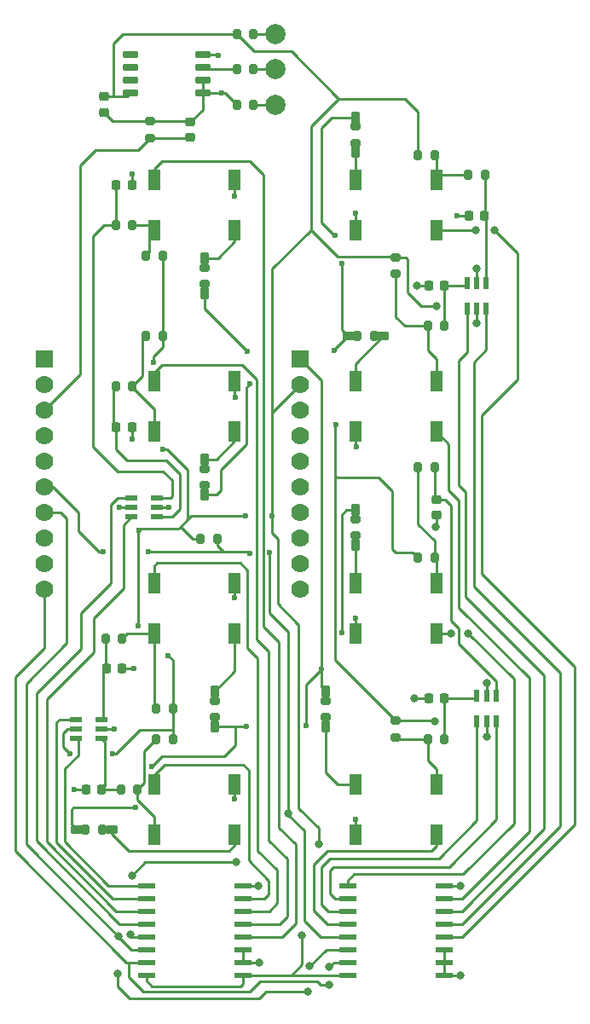
<source format=gbr>
%TF.GenerationSoftware,KiCad,Pcbnew,(6.0.2)*%
%TF.CreationDate,2022-04-01T11:09:41+02:00*%
%TF.ProjectId,cartteFille,63617274-7465-4466-996c-6c652e6b6963,rev?*%
%TF.SameCoordinates,Original*%
%TF.FileFunction,Copper,L1,Top*%
%TF.FilePolarity,Positive*%
%FSLAX46Y46*%
G04 Gerber Fmt 4.6, Leading zero omitted, Abs format (unit mm)*
G04 Created by KiCad (PCBNEW (6.0.2)) date 2022-04-01 11:09:41*
%MOMM*%
%LPD*%
G01*
G04 APERTURE LIST*
G04 Aperture macros list*
%AMRoundRect*
0 Rectangle with rounded corners*
0 $1 Rounding radius*
0 $2 $3 $4 $5 $6 $7 $8 $9 X,Y pos of 4 corners*
0 Add a 4 corners polygon primitive as box body*
4,1,4,$2,$3,$4,$5,$6,$7,$8,$9,$2,$3,0*
0 Add four circle primitives for the rounded corners*
1,1,$1+$1,$2,$3*
1,1,$1+$1,$4,$5*
1,1,$1+$1,$6,$7*
1,1,$1+$1,$8,$9*
0 Add four rect primitives between the rounded corners*
20,1,$1+$1,$2,$3,$4,$5,0*
20,1,$1+$1,$4,$5,$6,$7,0*
20,1,$1+$1,$6,$7,$8,$9,0*
20,1,$1+$1,$8,$9,$2,$3,0*%
G04 Aperture macros list end*
%TA.AperFunction,SMDPad,CuDef*%
%ADD10R,1.803400X0.533400*%
%TD*%
%TA.AperFunction,SMDPad,CuDef*%
%ADD11RoundRect,0.200000X0.275000X-0.200000X0.275000X0.200000X-0.275000X0.200000X-0.275000X-0.200000X0*%
%TD*%
%TA.AperFunction,SMDPad,CuDef*%
%ADD12RoundRect,0.200000X-0.200000X-0.275000X0.200000X-0.275000X0.200000X0.275000X-0.200000X0.275000X0*%
%TD*%
%TA.AperFunction,SMDPad,CuDef*%
%ADD13R,1.300000X2.000000*%
%TD*%
%TA.AperFunction,SMDPad,CuDef*%
%ADD14RoundRect,0.064000X0.336000X-0.496000X0.336000X0.496000X-0.336000X0.496000X-0.336000X-0.496000X0*%
%TD*%
%TA.AperFunction,ComponentPad*%
%ADD15R,1.778000X1.778000*%
%TD*%
%TA.AperFunction,ComponentPad*%
%ADD16C,1.778000*%
%TD*%
%TA.AperFunction,SMDPad,CuDef*%
%ADD17RoundRect,0.200000X0.200000X0.275000X-0.200000X0.275000X-0.200000X-0.275000X0.200000X-0.275000X0*%
%TD*%
%TA.AperFunction,SMDPad,CuDef*%
%ADD18RoundRect,0.225000X0.225000X0.250000X-0.225000X0.250000X-0.225000X-0.250000X0.225000X-0.250000X0*%
%TD*%
%TA.AperFunction,SMDPad,CuDef*%
%ADD19RoundRect,0.225000X-0.225000X-0.250000X0.225000X-0.250000X0.225000X0.250000X-0.225000X0.250000X0*%
%TD*%
%TA.AperFunction,SMDPad,CuDef*%
%ADD20RoundRect,0.200000X-0.275000X0.200000X-0.275000X-0.200000X0.275000X-0.200000X0.275000X0.200000X0*%
%TD*%
%TA.AperFunction,SMDPad,CuDef*%
%ADD21RoundRect,0.040600X0.564400X0.249400X-0.564400X0.249400X-0.564400X-0.249400X0.564400X-0.249400X0*%
%TD*%
%TA.AperFunction,SMDPad,CuDef*%
%ADD22RoundRect,0.040600X-0.249400X0.564400X-0.249400X-0.564400X0.249400X-0.564400X0.249400X0.564400X0*%
%TD*%
%TA.AperFunction,SMDPad,CuDef*%
%ADD23RoundRect,0.064000X-0.336000X0.496000X-0.336000X-0.496000X0.336000X-0.496000X0.336000X0.496000X0*%
%TD*%
%TA.AperFunction,SMDPad,CuDef*%
%ADD24RoundRect,0.225000X-0.250000X0.225000X-0.250000X-0.225000X0.250000X-0.225000X0.250000X0.225000X0*%
%TD*%
%TA.AperFunction,SMDPad,CuDef*%
%ADD25RoundRect,0.064000X0.496000X0.336000X-0.496000X0.336000X-0.496000X-0.336000X0.496000X-0.336000X0*%
%TD*%
%TA.AperFunction,SMDPad,CuDef*%
%ADD26RoundRect,0.150000X0.650000X0.150000X-0.650000X0.150000X-0.650000X-0.150000X0.650000X-0.150000X0*%
%TD*%
%TA.AperFunction,SMDPad,CuDef*%
%ADD27RoundRect,0.225000X0.250000X-0.225000X0.250000X0.225000X-0.250000X0.225000X-0.250000X-0.225000X0*%
%TD*%
%TA.AperFunction,ViaPad*%
%ADD28C,0.800000*%
%TD*%
%TA.AperFunction,ViaPad*%
%ADD29C,0.600000*%
%TD*%
%TA.AperFunction,ViaPad*%
%ADD30C,2.000000*%
%TD*%
%TA.AperFunction,Conductor*%
%ADD31C,0.250000*%
%TD*%
G04 APERTURE END LIST*
D10*
%TO.P,U202,1,AD0*%
%TO.N,+3V3*%
X24775200Y-96445000D03*
%TO.P,U202,2,AD1*%
%TO.N,GND*%
X24775200Y-95175000D03*
%TO.P,U202,3,AD2*%
X24775200Y-93905000D03*
%TO.P,U202,4,P0*%
%TO.N,/U202P0-S22LED*%
X24775200Y-92635000D03*
%TO.P,U202,5,P1*%
%TO.N,/U202P1-S21LED*%
X24775200Y-91365000D03*
%TO.P,U202,6,P2*%
%TO.N,/U202P2-S24LED*%
X24775200Y-90095000D03*
%TO.P,U202,7,P3*%
%TO.N,/U202P3-S23LED*%
X24775200Y-88825000D03*
%TO.P,U202,8,VSS*%
%TO.N,GND*%
X24775200Y-87555000D03*
%TO.P,U202,9,P4*%
%TO.N,/U202P4-U234S23*%
X15224800Y-87555000D03*
%TO.P,U202,10,P5*%
%TO.N,/U202P5-U234S24*%
X15224800Y-88825000D03*
%TO.P,U202,11,P6*%
%TO.N,/U202P6-U212S21*%
X15224800Y-90095000D03*
%TO.P,U202,12,P7*%
%TO.N,/U202P7-U212S22*%
X15224800Y-91365000D03*
%TO.P,U202,13,~{INT}*%
%TO.N,/GPIO32-INTB*%
X15224800Y-92635000D03*
%TO.P,U202,14,SCL*%
%TO.N,/I2C_SCL*%
X15224800Y-93905000D03*
%TO.P,U202,15,SDA*%
%TO.N,/I2C_SDA*%
X15224800Y-95175000D03*
%TO.P,U202,16,VDD*%
%TO.N,+3V3*%
X15224800Y-96445000D03*
%TD*%
D11*
%TO.P,R282,1*%
%TO.N,Net-(R281-Pad2)*%
X40000000Y-72825000D03*
%TO.P,R282,2*%
%TO.N,+3V3*%
X40000000Y-71175000D03*
%TD*%
D12*
%TO.P,R231,1*%
%TO.N,Net-(C231-Pad1)*%
X12675000Y-78000000D03*
%TO.P,R231,2*%
%TO.N,Net-(R231-Pad2)*%
X14325000Y-78000000D03*
%TD*%
D13*
%TO.P,S22,1*%
%TO.N,GND*%
X24000000Y-17510000D03*
%TO.P,S22,2*%
%TO.N,Net-(R221-Pad2)*%
X16000000Y-22510000D03*
%TO.P,S22,A*%
%TO.N,Net-(D22-Pad1)*%
X24000000Y-22510000D03*
%TO.P,S22,K*%
%TO.N,/U202P0-S22LED*%
X16000000Y-17510000D03*
%TD*%
D11*
%TO.P,R283,1*%
%TO.N,Net-(D28-Pad1)*%
X33000000Y-70825000D03*
%TO.P,R283,2*%
%TO.N,+5V*%
X33000000Y-69175000D03*
%TD*%
D13*
%TO.P,S28,1*%
%TO.N,GND*%
X36000000Y-82500000D03*
%TO.P,S28,2*%
%TO.N,Net-(R281-Pad2)*%
X44000000Y-77500000D03*
%TO.P,S28,A*%
%TO.N,Net-(D28-Pad1)*%
X36000000Y-77500000D03*
%TO.P,S28,K*%
%TO.N,/U201P7-S28LED*%
X44000000Y-82500000D03*
%TD*%
D12*
%TO.P,R242,1*%
%TO.N,Net-(R241-Pad2)*%
X16175000Y-70000000D03*
%TO.P,R242,2*%
%TO.N,+3V3*%
X17825000Y-70000000D03*
%TD*%
D14*
%TO.P,D25,1*%
%TO.N,Net-(D25-Pad1)*%
X36000000Y-14730000D03*
%TO.P,D25,2*%
%TO.N,+5V*%
X36000000Y-11270000D03*
%TD*%
D15*
%TO.P,EXT1,1*%
%TO.N,+5V*%
X30492000Y-35280000D03*
D16*
%TO.P,EXT1,2*%
%TO.N,+3V3*%
X30492000Y-37820000D03*
%TO.P,EXT1,3*%
%TO.N,GND*%
X30492000Y-40360000D03*
%TO.P,EXT1,4*%
%TO.N,unconnected-(EXT1-Pad4)*%
X30492000Y-42900000D03*
%TO.P,EXT1,5*%
%TO.N,unconnected-(EXT1-Pad5)*%
X30492000Y-45440000D03*
%TO.P,EXT1,6*%
%TO.N,unconnected-(EXT1-Pad6)*%
X30492000Y-47980000D03*
%TO.P,EXT1,7*%
%TO.N,unconnected-(EXT1-Pad7)*%
X30492000Y-50520000D03*
%TO.P,EXT1,8*%
%TO.N,unconnected-(EXT1-Pad8)*%
X30492000Y-53060000D03*
%TO.P,EXT1,9*%
%TO.N,unconnected-(EXT1-Pad9)*%
X30492000Y-55600000D03*
%TO.P,EXT1,10*%
%TO.N,unconnected-(EXT1-Pad10)*%
X30492000Y-58140000D03*
%TD*%
D12*
%TO.P,R001,1*%
%TO.N,+3V3*%
X20587200Y-53111400D03*
%TO.P,R001,2*%
%TO.N,/GPIO32-INTB*%
X22237200Y-53111400D03*
%TD*%
D17*
%TO.P,R261,1*%
%TO.N,Net-(C261-Pad1)*%
X44825000Y-32000000D03*
%TO.P,R261,2*%
%TO.N,Net-(R261-Pad2)*%
X43175000Y-32000000D03*
%TD*%
D18*
%TO.P,C261,1*%
%TO.N,Net-(C261-Pad1)*%
X44775000Y-28000000D03*
%TO.P,C261,2*%
%TO.N,GND*%
X43225000Y-28000000D03*
%TD*%
%TO.P,C251,1*%
%TO.N,Net-(C251-Pad1)*%
X48775000Y-21000000D03*
%TO.P,C251,2*%
%TO.N,GND*%
X47225000Y-21000000D03*
%TD*%
D19*
%TO.P,C211,1*%
%TO.N,Net-(C211-Pad1)*%
X12225000Y-42000000D03*
%TO.P,C211,2*%
%TO.N,GND*%
X13775000Y-42000000D03*
%TD*%
D20*
%TO.P,R213,1*%
%TO.N,Net-(D21-Pad1)*%
X21000000Y-46175000D03*
%TO.P,R213,2*%
%TO.N,+5V*%
X21000000Y-47825000D03*
%TD*%
D11*
%TO.P,R253,1*%
%TO.N,Net-(D25-Pad1)*%
X36000000Y-13825000D03*
%TO.P,R253,2*%
%TO.N,+5V*%
X36000000Y-12175000D03*
%TD*%
D20*
%TO.P,R243,1*%
%TO.N,Net-(D24-Pad1)*%
X22000000Y-69175000D03*
%TO.P,R243,2*%
%TO.N,+5V*%
X22000000Y-70825000D03*
%TD*%
D21*
%TO.P,U23-4,1,1A*%
%TO.N,Net-(C231-Pad1)*%
X10755000Y-72950000D03*
%TO.P,U23-4,2,GND*%
%TO.N,GND*%
X10755000Y-72000000D03*
%TO.P,U23-4,3,2A*%
%TO.N,Net-(C241-Pad1)*%
X10755000Y-71050000D03*
%TO.P,U23-4,4,2Y*%
%TO.N,/U202P5-U234S24*%
X8245000Y-71050000D03*
%TO.P,U23-4,5,VCC*%
%TO.N,+3V3*%
X8245000Y-72000000D03*
%TO.P,U23-4,6,1Y*%
%TO.N,/U202P4-U234S23*%
X8245000Y-72950000D03*
%TD*%
D17*
%TO.P,R12,1*%
%TO.N,Net-(R12-Pad1)*%
X25825000Y-6500000D03*
%TO.P,R12,2*%
%TO.N,Net-(R12-Pad2)*%
X24175000Y-6500000D03*
%TD*%
D22*
%TO.P,U25-6,1,1A*%
%TO.N,Net-(C251-Pad1)*%
X48950000Y-27745000D03*
%TO.P,U25-6,2,GND*%
%TO.N,GND*%
X48000000Y-27745000D03*
%TO.P,U25-6,3,2A*%
%TO.N,Net-(C261-Pad1)*%
X47050000Y-27745000D03*
%TO.P,U25-6,4,2Y*%
%TO.N,/U201P2-U256S26*%
X47050000Y-30255000D03*
%TO.P,U25-6,5,VCC*%
%TO.N,+3V3*%
X48000000Y-30255000D03*
%TO.P,U25-6,6,1Y*%
%TO.N,/U201P1-U256S25*%
X48950000Y-30255000D03*
%TD*%
D15*
%TO.P,EXT2,1*%
%TO.N,unconnected-(EXT2-Pad1)*%
X5092000Y-35280000D03*
D16*
%TO.P,EXT2,2*%
%TO.N,unconnected-(EXT2-Pad2)*%
X5092000Y-37820000D03*
%TO.P,EXT2,3*%
%TO.N,/ADC_CH0-U11RP1*%
X5092000Y-40360000D03*
%TO.P,EXT2,4*%
%TO.N,unconnected-(EXT2-Pad4)*%
X5092000Y-42900000D03*
%TO.P,EXT2,5*%
%TO.N,unconnected-(EXT2-Pad5)*%
X5092000Y-45440000D03*
%TO.P,EXT2,6*%
%TO.N,/GPIO32-INTB*%
X5092000Y-47980000D03*
%TO.P,EXT2,7*%
%TO.N,/I2C_SCL*%
X5092000Y-50520000D03*
%TO.P,EXT2,8*%
%TO.N,unconnected-(EXT2-Pad8)*%
X5092000Y-53060000D03*
%TO.P,EXT2,9*%
%TO.N,unconnected-(EXT2-Pad9)*%
X5092000Y-55600000D03*
%TO.P,EXT2,10*%
%TO.N,/I2C_SDA*%
X5092000Y-58140000D03*
%TD*%
D23*
%TO.P,D24,1*%
%TO.N,Net-(D24-Pad1)*%
X22000000Y-68270000D03*
%TO.P,D24,2*%
%TO.N,+5V*%
X22000000Y-71730000D03*
%TD*%
D13*
%TO.P,S23,1*%
%TO.N,GND*%
X24000000Y-77500000D03*
%TO.P,S23,2*%
%TO.N,Net-(R231-Pad2)*%
X16000000Y-82500000D03*
%TO.P,S23,A*%
%TO.N,Net-(D23-Pad1)*%
X24000000Y-82500000D03*
%TO.P,S23,K*%
%TO.N,/U202P3-S23LED*%
X16000000Y-77500000D03*
%TD*%
D17*
%TO.P,R272,1*%
%TO.N,Net-(R271-Pad2)*%
X43825000Y-55000000D03*
%TO.P,R272,2*%
%TO.N,+3V3*%
X42175000Y-55000000D03*
%TD*%
%TO.P,R233,1*%
%TO.N,Net-(D23-Pad1)*%
X10825000Y-82000000D03*
%TO.P,R233,2*%
%TO.N,+5V*%
X9175000Y-82000000D03*
%TD*%
D19*
%TO.P,C221,1*%
%TO.N,Net-(C221-Pad1)*%
X12225000Y-18000000D03*
%TO.P,C221,2*%
%TO.N,GND*%
X13775000Y-18000000D03*
%TD*%
D10*
%TO.P,U201,1,AD0*%
%TO.N,GND*%
X44775200Y-96445000D03*
%TO.P,U201,2,AD1*%
X44775200Y-95175000D03*
%TO.P,U201,3,AD2*%
X44775200Y-93905000D03*
%TO.P,U201,4,P0*%
%TO.N,/U201P0-S25LED*%
X44775200Y-92635000D03*
%TO.P,U201,5,P1*%
%TO.N,/U201P1-U256S25*%
X44775200Y-91365000D03*
%TO.P,U201,6,P2*%
%TO.N,/U201P2-U256S26*%
X44775200Y-90095000D03*
%TO.P,U201,7,P3*%
%TO.N,/U201P3-S26LED*%
X44775200Y-88825000D03*
%TO.P,U201,8,VSS*%
%TO.N,GND*%
X44775200Y-87555000D03*
%TO.P,U201,9,P4*%
%TO.N,/U201P4-S27LED*%
X35224800Y-87555000D03*
%TO.P,U201,10,P5*%
%TO.N,/U201P5-U278S27*%
X35224800Y-88825000D03*
%TO.P,U201,11,P6*%
%TO.N,/U201P6-U278S28*%
X35224800Y-90095000D03*
%TO.P,U201,12,P7*%
%TO.N,/U201P7-S28LED*%
X35224800Y-91365000D03*
%TO.P,U201,13,~{INT}*%
%TO.N,/GPIO32-INTB*%
X35224800Y-92635000D03*
%TO.P,U201,14,SCL*%
%TO.N,/I2C_SCL*%
X35224800Y-93905000D03*
%TO.P,U201,15,SDA*%
%TO.N,/I2C_SDA*%
X35224800Y-95175000D03*
%TO.P,U201,16,VDD*%
%TO.N,+3V3*%
X35224800Y-96445000D03*
%TD*%
D14*
%TO.P,D28,1*%
%TO.N,Net-(D28-Pad1)*%
X33000000Y-71730000D03*
%TO.P,D28,2*%
%TO.N,+5V*%
X33000000Y-68270000D03*
%TD*%
D23*
%TO.P,D21,1*%
%TO.N,Net-(D21-Pad1)*%
X21000000Y-45270000D03*
%TO.P,D21,2*%
%TO.N,+5V*%
X21000000Y-48730000D03*
%TD*%
%TO.P,D22,1*%
%TO.N,Net-(D22-Pad1)*%
X21000000Y-25270000D03*
%TO.P,D22,2*%
%TO.N,+5V*%
X21000000Y-28730000D03*
%TD*%
D24*
%TO.P,C271,1*%
%TO.N,Net-(C271-Pad1)*%
X44000000Y-49225000D03*
%TO.P,C271,2*%
%TO.N,GND*%
X44000000Y-50775000D03*
%TD*%
D17*
%TO.P,R263,1*%
%TO.N,Net-(D26-Pad1)*%
X37825000Y-33000000D03*
%TO.P,R263,2*%
%TO.N,+5V*%
X36175000Y-33000000D03*
%TD*%
D12*
%TO.P,R15,1*%
%TO.N,+3V3*%
X24175000Y-3000000D03*
%TO.P,R15,2*%
%TO.N,Net-(R15-Pad2)*%
X25825000Y-3000000D03*
%TD*%
D13*
%TO.P,S25,1*%
%TO.N,GND*%
X36000000Y-22500000D03*
%TO.P,S25,2*%
%TO.N,Net-(R251-Pad2)*%
X44000000Y-17500000D03*
%TO.P,S25,A*%
%TO.N,Net-(D25-Pad1)*%
X36000000Y-17500000D03*
%TO.P,S25,K*%
%TO.N,/U201P0-S25LED*%
X44000000Y-22500000D03*
%TD*%
%TO.P,S27,1*%
%TO.N,GND*%
X36000000Y-62500000D03*
%TO.P,S27,2*%
%TO.N,Net-(R271-Pad2)*%
X44000000Y-57500000D03*
%TO.P,S27,A*%
%TO.N,Net-(D27-Pad1)*%
X36000000Y-57500000D03*
%TO.P,S27,K*%
%TO.N,/U201P4-S27LED*%
X44000000Y-62500000D03*
%TD*%
D12*
%TO.P,R212,1*%
%TO.N,Net-(R211-Pad2)*%
X15175000Y-33000000D03*
%TO.P,R212,2*%
%TO.N,+3V3*%
X16825000Y-33000000D03*
%TD*%
D17*
%TO.P,R251,1*%
%TO.N,Net-(C251-Pad1)*%
X48825000Y-17000000D03*
%TO.P,R251,2*%
%TO.N,Net-(R251-Pad2)*%
X47175000Y-17000000D03*
%TD*%
D25*
%TO.P,D26,1*%
%TO.N,Net-(D26-Pad1)*%
X38730000Y-33000000D03*
%TO.P,D26,2*%
%TO.N,+5V*%
X35270000Y-33000000D03*
%TD*%
D19*
%TO.P,C241,1*%
%TO.N,Net-(C241-Pad1)*%
X11225000Y-66000000D03*
%TO.P,C241,2*%
%TO.N,GND*%
X12775000Y-66000000D03*
%TD*%
D18*
%TO.P,C281,1*%
%TO.N,Net-(C281-Pad1)*%
X44775000Y-69000000D03*
%TO.P,C281,2*%
%TO.N,GND*%
X43225000Y-69000000D03*
%TD*%
D12*
%TO.P,R241,1*%
%TO.N,Net-(C241-Pad1)*%
X11175000Y-63000000D03*
%TO.P,R241,2*%
%TO.N,Net-(R241-Pad2)*%
X12825000Y-63000000D03*
%TD*%
D26*
%TO.P,U1,1*%
%TO.N,GND*%
X20820000Y-8885000D03*
%TO.P,U1,2,-*%
X20820000Y-7615000D03*
%TO.P,U1,3,+*%
%TO.N,Net-(R12-Pad2)*%
X20820000Y-6345000D03*
%TO.P,U1,4,V-*%
%TO.N,GND*%
X20820000Y-5075000D03*
%TO.P,U1,5,+*%
%TO.N,unconnected-(U1-Pad5)*%
X13620000Y-5075000D03*
%TO.P,U1,6,-*%
%TO.N,unconnected-(U1-Pad6)*%
X13620000Y-6345000D03*
%TO.P,U1,7*%
%TO.N,unconnected-(U1-Pad7)*%
X13620000Y-7615000D03*
%TO.P,U1,8,V+*%
%TO.N,+3V3*%
X13620000Y-8885000D03*
%TD*%
D24*
%TO.P,C12,1*%
%TO.N,+3V3*%
X11000000Y-9225000D03*
%TO.P,C12,2*%
%TO.N,GND*%
X11000000Y-10775000D03*
%TD*%
D12*
%TO.P,R222,1*%
%TO.N,Net-(R221-Pad2)*%
X15175000Y-25000000D03*
%TO.P,R222,2*%
%TO.N,+3V3*%
X16825000Y-25000000D03*
%TD*%
D11*
%TO.P,R273,1*%
%TO.N,Net-(D27-Pad1)*%
X36000000Y-52825000D03*
%TO.P,R273,2*%
%TO.N,+5V*%
X36000000Y-51175000D03*
%TD*%
D25*
%TO.P,D23,1*%
%TO.N,Net-(D23-Pad1)*%
X11730000Y-82000000D03*
%TO.P,D23,2*%
%TO.N,+5V*%
X8270000Y-82000000D03*
%TD*%
D22*
%TO.P,U27-8,1,1A*%
%TO.N,Net-(C271-Pad1)*%
X49950000Y-68745000D03*
%TO.P,U27-8,2,GND*%
%TO.N,GND*%
X49000000Y-68745000D03*
%TO.P,U27-8,3,2A*%
%TO.N,Net-(C281-Pad1)*%
X48050000Y-68745000D03*
%TO.P,U27-8,4,2Y*%
%TO.N,/U201P6-U278S28*%
X48050000Y-71255000D03*
%TO.P,U27-8,5,VCC*%
%TO.N,+3V3*%
X49000000Y-71255000D03*
%TO.P,U27-8,6,1Y*%
%TO.N,/U201P5-U278S27*%
X49950000Y-71255000D03*
%TD*%
D11*
%TO.P,R262,1*%
%TO.N,Net-(R261-Pad2)*%
X40000000Y-26825000D03*
%TO.P,R262,2*%
%TO.N,+3V3*%
X40000000Y-25175000D03*
%TD*%
D17*
%TO.P,R271,1*%
%TO.N,Net-(C271-Pad1)*%
X43825000Y-46000000D03*
%TO.P,R271,2*%
%TO.N,Net-(R271-Pad2)*%
X42175000Y-46000000D03*
%TD*%
D13*
%TO.P,S21,1*%
%TO.N,GND*%
X24000000Y-37500000D03*
%TO.P,S21,2*%
%TO.N,Net-(R211-Pad2)*%
X16000000Y-42500000D03*
%TO.P,S21,A*%
%TO.N,Net-(D21-Pad1)*%
X24000000Y-42500000D03*
%TO.P,S21,K*%
%TO.N,/U202P1-S21LED*%
X16000000Y-37500000D03*
%TD*%
D20*
%TO.P,R11,1*%
%TO.N,GND*%
X15590000Y-11670000D03*
%TO.P,R11,2*%
%TO.N,/ADC_CH0-U11RP1*%
X15590000Y-13320000D03*
%TD*%
D12*
%TO.P,R232,1*%
%TO.N,Net-(R231-Pad2)*%
X16175000Y-73000000D03*
%TO.P,R232,2*%
%TO.N,+3V3*%
X17825000Y-73000000D03*
%TD*%
D27*
%TO.P,C11,1*%
%TO.N,/ADC_CH0-U11RP1*%
X19600000Y-13280000D03*
%TO.P,C11,2*%
%TO.N,GND*%
X19600000Y-11730000D03*
%TD*%
D12*
%TO.P,R211,1*%
%TO.N,Net-(C211-Pad1)*%
X12175000Y-38000000D03*
%TO.P,R211,2*%
%TO.N,Net-(R211-Pad2)*%
X13825000Y-38000000D03*
%TD*%
D14*
%TO.P,D27,1*%
%TO.N,Net-(D27-Pad1)*%
X36000000Y-53730000D03*
%TO.P,D27,2*%
%TO.N,+5V*%
X36000000Y-50270000D03*
%TD*%
D21*
%TO.P,U21-2,1,1A*%
%TO.N,Net-(C211-Pad1)*%
X16255000Y-50950000D03*
%TO.P,U21-2,2,GND*%
%TO.N,GND*%
X16255000Y-50000000D03*
%TO.P,U21-2,3,2A*%
%TO.N,Net-(C221-Pad1)*%
X16255000Y-49050000D03*
%TO.P,U21-2,4,2Y*%
%TO.N,/U202P7-U212S22*%
X13745000Y-49050000D03*
%TO.P,U21-2,5,VCC*%
%TO.N,+3V3*%
X13745000Y-50000000D03*
%TO.P,U21-2,6,1Y*%
%TO.N,/U202P6-U212S21*%
X13745000Y-50950000D03*
%TD*%
D20*
%TO.P,R223,1*%
%TO.N,Net-(D22-Pad1)*%
X21000000Y-26175000D03*
%TO.P,R223,2*%
%TO.N,+5V*%
X21000000Y-27825000D03*
%TD*%
D13*
%TO.P,S26,1*%
%TO.N,GND*%
X36000000Y-42500000D03*
%TO.P,S26,2*%
%TO.N,Net-(R261-Pad2)*%
X44000000Y-37500000D03*
%TO.P,S26,A*%
%TO.N,Net-(D26-Pad1)*%
X36000000Y-37500000D03*
%TO.P,S26,K*%
%TO.N,/U201P3-S26LED*%
X44000000Y-42500000D03*
%TD*%
D12*
%TO.P,R221,1*%
%TO.N,Net-(C221-Pad1)*%
X12175000Y-22000000D03*
%TO.P,R221,2*%
%TO.N,Net-(R221-Pad2)*%
X13825000Y-22000000D03*
%TD*%
D13*
%TO.P,S24,1*%
%TO.N,GND*%
X24000000Y-57500000D03*
%TO.P,S24,2*%
%TO.N,Net-(R241-Pad2)*%
X16000000Y-62500000D03*
%TO.P,S24,A*%
%TO.N,Net-(D24-Pad1)*%
X24000000Y-62500000D03*
%TO.P,S24,K*%
%TO.N,/U202P2-S24LED*%
X16000000Y-57500000D03*
%TD*%
D18*
%TO.P,C231,1*%
%TO.N,Net-(C231-Pad1)*%
X10775000Y-78000000D03*
%TO.P,C231,2*%
%TO.N,GND*%
X9225000Y-78000000D03*
%TD*%
D17*
%TO.P,R281,1*%
%TO.N,Net-(C281-Pad1)*%
X44825000Y-73000000D03*
%TO.P,R281,2*%
%TO.N,Net-(R281-Pad2)*%
X43175000Y-73000000D03*
%TD*%
%TO.P,R252,1*%
%TO.N,Net-(R251-Pad2)*%
X43825000Y-15000000D03*
%TO.P,R252,2*%
%TO.N,+3V3*%
X42175000Y-15000000D03*
%TD*%
%TO.P,R14,1*%
%TO.N,Net-(R14-Pad1)*%
X25825000Y-10000000D03*
%TO.P,R14,2*%
%TO.N,GND*%
X24175000Y-10000000D03*
%TD*%
D28*
%TO.N,GND*%
X48010000Y-26300000D03*
D29*
X23990000Y-78960000D03*
D28*
X49010000Y-67400000D03*
D29*
X35990000Y-60970000D03*
X13770000Y-16900000D03*
D28*
X46400000Y-87550000D03*
D29*
X35990000Y-80970000D03*
X46060000Y-21000000D03*
D28*
X46390000Y-96490000D03*
D29*
X13770000Y-43220000D03*
X13990000Y-66000000D03*
X23990000Y-59000000D03*
X36030000Y-44000000D03*
D28*
X26340000Y-87555000D03*
D29*
X12020000Y-72010000D03*
X8060000Y-78000000D03*
X17480000Y-50000000D03*
D28*
X43980000Y-51950000D03*
D29*
X24000000Y-19080000D03*
D28*
X42080000Y-28000000D03*
D29*
X36000000Y-20810000D03*
X22675000Y-8885000D03*
D28*
X41870000Y-69000000D03*
D29*
X22330000Y-5130000D03*
D28*
X26390000Y-95180000D03*
D29*
X24010000Y-39110000D03*
D28*
%TO.N,+3V3*%
X30683200Y-92506800D03*
D29*
X25044400Y-50850800D03*
D28*
X43900000Y-71260000D03*
X48000000Y-31700000D03*
D29*
X34008000Y-41768000D03*
X14440000Y-52290000D03*
X16825000Y-44265000D03*
X17370000Y-64730000D03*
D28*
X32308800Y-83464400D03*
D29*
X11819750Y-74480000D03*
D28*
X44050500Y-30000000D03*
D29*
X14425000Y-61785000D03*
X7630250Y-74450000D03*
D28*
X49000000Y-72760000D03*
D29*
X27686000Y-50850800D03*
X15960000Y-35610000D03*
X12534500Y-50010000D03*
%TO.N,+5V*%
X33950000Y-23000000D03*
X25160000Y-71720000D03*
X15780000Y-75720000D03*
X34604500Y-62413411D03*
X32580000Y-66050000D03*
X14158411Y-79791589D03*
X34620000Y-25750000D03*
X33870000Y-34430000D03*
X25515980Y-37750000D03*
X25230000Y-34490000D03*
X31064200Y-71704200D03*
D28*
%TO.N,/GPIO32-INTB*%
X24130000Y-85242400D03*
D29*
X27434500Y-54480000D03*
D28*
X13639800Y-92430600D03*
D29*
X15390000Y-54420000D03*
D28*
X29337000Y-80416400D03*
D29*
X10940000Y-54390000D03*
X25515991Y-54530000D03*
D28*
X13766800Y-86537800D03*
%TO.N,/I2C_SCL*%
X31419800Y-95580200D03*
X31242000Y-98069400D03*
X12424899Y-92578701D03*
X12369800Y-96266000D03*
%TO.N,/I2C_SDA*%
X33401000Y-95656400D03*
X33401000Y-97434400D03*
D30*
%TO.N,Net-(R14-Pad1)*%
X28000000Y-10000000D03*
%TO.N,Net-(R15-Pad2)*%
X28000000Y-3000000D03*
D28*
%TO.N,/U201P0-S25LED*%
X47950000Y-22500000D03*
X49810000Y-22500000D03*
%TO.N,/U201P4-S27LED*%
X45510000Y-62500000D03*
X47200000Y-62500000D03*
D30*
%TO.N,Net-(R12-Pad1)*%
X28000000Y-6500000D03*
%TD*%
D31*
%TO.N,/ADC_CH0-U11RP1*%
X15590000Y-13320000D02*
X19560000Y-13320000D01*
X8680000Y-36772000D02*
X5092000Y-40360000D01*
X10200000Y-14530000D02*
X8680000Y-16050000D01*
X14380000Y-14530000D02*
X10200000Y-14530000D01*
X15590000Y-13320000D02*
X14380000Y-14530000D01*
X19560000Y-13320000D02*
X19600000Y-13280000D01*
X8680000Y-16050000D02*
X8680000Y-36772000D01*
%TO.N,GND*%
X44775200Y-95175000D02*
X44775200Y-96445000D01*
X20820000Y-7615000D02*
X20820000Y-8885000D01*
X49000000Y-67410000D02*
X49010000Y-67400000D01*
X35990000Y-60970000D02*
X36000000Y-60980000D01*
X19600000Y-11730000D02*
X20820000Y-10510000D01*
X26385000Y-95175000D02*
X24775200Y-95175000D01*
X20820000Y-10510000D02*
X20820000Y-8885000D01*
X36000000Y-60980000D02*
X36000000Y-62500000D01*
X12010000Y-72000000D02*
X10755000Y-72000000D01*
X22275000Y-5075000D02*
X22330000Y-5130000D01*
X24775200Y-95175000D02*
X24775200Y-93905000D01*
X35990000Y-80970000D02*
X36000000Y-80980000D01*
X24000000Y-39100000D02*
X24010000Y-39110000D01*
X24000000Y-78950000D02*
X24000000Y-77500000D01*
X13775000Y-43215000D02*
X13770000Y-43220000D01*
X24775200Y-87555000D02*
X26340000Y-87555000D01*
X15590000Y-11670000D02*
X11895000Y-11670000D01*
X43225000Y-28000000D02*
X42080000Y-28000000D01*
X20820000Y-8885000D02*
X22675000Y-8885000D01*
X48000000Y-26310000D02*
X48010000Y-26300000D01*
X15590000Y-11670000D02*
X19540000Y-11670000D01*
X44775200Y-87555000D02*
X46395000Y-87555000D01*
X19540000Y-11670000D02*
X19600000Y-11730000D01*
X23060000Y-8885000D02*
X24175000Y-10000000D01*
X36000000Y-22500000D02*
X36000000Y-20810000D01*
X23990000Y-78960000D02*
X24000000Y-78950000D01*
X24000000Y-37500000D02*
X24000000Y-39100000D01*
X12775000Y-66000000D02*
X13990000Y-66000000D01*
X12020000Y-72010000D02*
X12010000Y-72000000D01*
X11895000Y-11670000D02*
X11000000Y-10775000D01*
X46395000Y-87555000D02*
X46400000Y-87550000D01*
X22675000Y-8885000D02*
X23060000Y-8885000D01*
X44775200Y-93905000D02*
X44775200Y-95175000D01*
X17480000Y-50000000D02*
X16255000Y-50000000D01*
X43225000Y-69000000D02*
X41870000Y-69000000D01*
X48000000Y-27745000D02*
X48000000Y-26310000D01*
X24000000Y-19080000D02*
X24000000Y-17510000D01*
X44775200Y-96445000D02*
X46345000Y-96445000D01*
X13770000Y-16900000D02*
X13770000Y-17995000D01*
X23990000Y-59000000D02*
X24000000Y-58990000D01*
X44000000Y-50775000D02*
X44000000Y-51930000D01*
X49000000Y-68745000D02*
X49000000Y-67410000D01*
X20820000Y-5075000D02*
X22275000Y-5075000D01*
X46060000Y-21000000D02*
X47225000Y-21000000D01*
X13775000Y-42000000D02*
X13775000Y-43215000D01*
X36000000Y-80980000D02*
X36000000Y-82500000D01*
X36000000Y-43970000D02*
X36000000Y-42500000D01*
X9225000Y-78000000D02*
X8060000Y-78000000D01*
X24000000Y-58990000D02*
X24000000Y-57500000D01*
X13770000Y-17995000D02*
X13775000Y-18000000D01*
%TO.N,+3V3*%
X31560000Y-22450000D02*
X27700000Y-26310000D01*
X17370000Y-64730000D02*
X17825000Y-65185000D01*
X17825000Y-71995000D02*
X17825000Y-73000000D01*
X13280000Y-9225000D02*
X11965000Y-9225000D01*
X48000000Y-31700000D02*
X48000000Y-30255000D01*
X42175000Y-10725000D02*
X42175000Y-15000000D01*
X39660000Y-54180000D02*
X39660000Y-48400000D01*
X25905000Y-4730000D02*
X24175000Y-3000000D01*
X32308800Y-81838800D02*
X32308800Y-83464400D01*
X39950489Y-25125489D02*
X34235489Y-25125489D01*
X15761400Y-97561400D02*
X24536400Y-97561400D01*
X29615200Y-96445000D02*
X28015000Y-96445000D01*
X19786600Y-53111400D02*
X20587200Y-53111400D01*
X19659200Y-50850800D02*
X19340000Y-51170000D01*
X18370000Y-52140000D02*
X18592600Y-51917400D01*
X17720000Y-72100000D02*
X17825000Y-71995000D01*
X24775200Y-96445000D02*
X28015000Y-96445000D01*
X44050500Y-30000000D02*
X42490000Y-30000000D01*
X14440000Y-52290000D02*
X14590000Y-52140000D01*
X12544500Y-50000000D02*
X13745000Y-50000000D01*
X30683200Y-95377000D02*
X29615200Y-96445000D01*
X28295600Y-53111400D02*
X28295600Y-59588400D01*
X16825000Y-33565000D02*
X16825000Y-33000000D01*
X49000000Y-71255000D02*
X49000000Y-72940000D01*
X11965000Y-3895000D02*
X11965000Y-9225000D01*
X19340000Y-46290000D02*
X19340000Y-51170000D01*
X30492000Y-37820000D02*
X27700000Y-40612000D01*
X27700000Y-50836800D02*
X27686000Y-50850800D01*
X34235489Y-25125489D02*
X31560000Y-22450000D01*
X14590000Y-52140000D02*
X18370000Y-52140000D01*
X34150000Y-47020000D02*
X33979989Y-46849989D01*
X40000000Y-54520000D02*
X39660000Y-54180000D01*
X27686000Y-52501800D02*
X28295600Y-53111400D01*
X34310000Y-9420000D02*
X29620000Y-4730000D01*
X17315000Y-44265000D02*
X19340000Y-46290000D01*
X7630250Y-74450000D02*
X6959600Y-73779350D01*
X40015000Y-25160000D02*
X40000000Y-25175000D01*
X27700000Y-26310000D02*
X27700000Y-41340000D01*
X41130000Y-25330000D02*
X40960000Y-25160000D01*
X18592600Y-51917400D02*
X19340000Y-51170000D01*
X24536400Y-97561400D02*
X24775200Y-97322600D01*
X38280000Y-47020000D02*
X34150000Y-47020000D01*
X28015000Y-96445000D02*
X35224800Y-96445000D01*
X6959600Y-73779350D02*
X6959600Y-72415400D01*
X13620000Y-8885000D02*
X13280000Y-9225000D01*
X14410000Y-52320000D02*
X14410000Y-61770000D01*
X39660000Y-48400000D02*
X38280000Y-47020000D01*
X12220000Y-74480000D02*
X14600000Y-72100000D01*
X17825000Y-65185000D02*
X17825000Y-71995000D01*
X34008000Y-41768000D02*
X33979989Y-41796011D01*
X14410000Y-61770000D02*
X14425000Y-61785000D01*
X40000000Y-25175000D02*
X39950489Y-25125489D01*
X15224800Y-97024800D02*
X15761400Y-97561400D01*
X34310000Y-9420000D02*
X40870000Y-9420000D01*
X30353000Y-79883000D02*
X32308800Y-81838800D01*
X14600000Y-72100000D02*
X17720000Y-72100000D01*
X30683200Y-92506800D02*
X30683200Y-95377000D01*
X15960000Y-34980000D02*
X16825000Y-34115000D01*
X11965000Y-9225000D02*
X11000000Y-9225000D01*
X27700000Y-40612000D02*
X27700000Y-41340000D01*
X40870000Y-9420000D02*
X42175000Y-10725000D01*
X7375000Y-72000000D02*
X8245000Y-72000000D01*
X33979989Y-65154989D02*
X40000000Y-71175000D01*
X27700000Y-41340000D02*
X27700000Y-50836800D01*
X43815000Y-71175000D02*
X43900000Y-71260000D01*
X42175000Y-55000000D02*
X41695000Y-54520000D01*
X40000000Y-71175000D02*
X43815000Y-71175000D01*
X42490000Y-30000000D02*
X41130000Y-28640000D01*
X28295600Y-59588400D02*
X30353000Y-61645800D01*
X14440000Y-52290000D02*
X14410000Y-52320000D01*
X24775200Y-97322600D02*
X24775200Y-96445000D01*
X16825000Y-44265000D02*
X17315000Y-44265000D01*
X15224800Y-96445000D02*
X15224800Y-97024800D01*
X24175000Y-3000000D02*
X12860000Y-3000000D01*
X33979989Y-41796011D02*
X33979989Y-46849989D01*
X25044400Y-50850800D02*
X19659200Y-50850800D01*
X41695000Y-54520000D02*
X40000000Y-54520000D01*
X17825000Y-70000000D02*
X17825000Y-65185000D01*
X33979989Y-46849989D02*
X33979989Y-65154989D01*
X30353000Y-61645800D02*
X30353000Y-79883000D01*
X27686000Y-50850800D02*
X27686000Y-52501800D01*
X18592600Y-51917400D02*
X19786600Y-53111400D01*
X12860000Y-3000000D02*
X11965000Y-3895000D01*
X16825000Y-34115000D02*
X16825000Y-33565000D01*
X6959600Y-72415400D02*
X7375000Y-72000000D01*
X31560000Y-22450000D02*
X31560000Y-12170000D01*
X41130000Y-28640000D02*
X41130000Y-25330000D01*
X11819750Y-74480000D02*
X12220000Y-74480000D01*
X29620000Y-4730000D02*
X25905000Y-4730000D01*
X40960000Y-25160000D02*
X40015000Y-25160000D01*
X15960000Y-35610000D02*
X15960000Y-34980000D01*
X16825000Y-25000000D02*
X16825000Y-33565000D01*
X31560000Y-12170000D02*
X34310000Y-9420000D01*
%TO.N,Net-(C211-Pad1)*%
X18510000Y-50190000D02*
X17750000Y-50950000D01*
X12225000Y-44275000D02*
X13320000Y-45370000D01*
X12175000Y-38000000D02*
X11980000Y-38195000D01*
X18510000Y-46730000D02*
X18510000Y-50190000D01*
X17750000Y-50950000D02*
X16255000Y-50950000D01*
X12225000Y-42000000D02*
X12225000Y-44275000D01*
X11980000Y-41755000D02*
X12225000Y-42000000D01*
X11980000Y-38195000D02*
X11980000Y-41755000D01*
X13320000Y-45370000D02*
X17150000Y-45370000D01*
X17150000Y-45370000D02*
X18510000Y-46730000D01*
%TO.N,Net-(C221-Pad1)*%
X9950000Y-23030000D02*
X9950000Y-43990000D01*
X17750000Y-47280000D02*
X17750000Y-48930000D01*
X16880000Y-46410000D02*
X17750000Y-47280000D01*
X12225000Y-18000000D02*
X12225000Y-21950000D01*
X12370000Y-46410000D02*
X16880000Y-46410000D01*
X12225000Y-21950000D02*
X12175000Y-22000000D01*
X17750000Y-48930000D02*
X17630000Y-49050000D01*
X9950000Y-43990000D02*
X12370000Y-46410000D01*
X17630000Y-49050000D02*
X16255000Y-49050000D01*
X12175000Y-22000000D02*
X10980000Y-22000000D01*
X10980000Y-22000000D02*
X9950000Y-23030000D01*
%TO.N,Net-(C231-Pad1)*%
X10775000Y-78000000D02*
X12675000Y-78000000D01*
X11070000Y-73265000D02*
X11070000Y-77705000D01*
X11070000Y-77705000D02*
X10775000Y-78000000D01*
X10755000Y-72950000D02*
X11070000Y-73265000D01*
%TO.N,Net-(C241-Pad1)*%
X10930000Y-66295000D02*
X10930000Y-70875000D01*
X11225000Y-66000000D02*
X10930000Y-66295000D01*
X11175000Y-65950000D02*
X11225000Y-66000000D01*
X10930000Y-70875000D02*
X10755000Y-71050000D01*
X11175000Y-63000000D02*
X11175000Y-65950000D01*
%TO.N,Net-(C251-Pad1)*%
X48950000Y-21175000D02*
X48775000Y-21000000D01*
X48950000Y-27745000D02*
X48950000Y-21175000D01*
X48825000Y-17000000D02*
X48825000Y-20950000D01*
%TO.N,Net-(C261-Pad1)*%
X44775000Y-28000000D02*
X46795000Y-28000000D01*
X44775000Y-28000000D02*
X44775000Y-31950000D01*
X46795000Y-28000000D02*
X47050000Y-27745000D01*
X44775000Y-31950000D02*
X44825000Y-32000000D01*
%TO.N,Net-(C271-Pad1)*%
X44907000Y-49225000D02*
X45466000Y-49784000D01*
X46234511Y-61982511D02*
X46234511Y-63534511D01*
X43825000Y-49050000D02*
X44000000Y-49225000D01*
X46234511Y-63534511D02*
X49950000Y-67250000D01*
X49950000Y-67250000D02*
X49950000Y-68745000D01*
X45466000Y-49784000D02*
X45466000Y-61214000D01*
X45466000Y-61214000D02*
X46234511Y-61982511D01*
X44000000Y-49225000D02*
X44907000Y-49225000D01*
X43825000Y-46000000D02*
X43825000Y-49050000D01*
%TO.N,Net-(C281-Pad1)*%
X47795000Y-69000000D02*
X48050000Y-68745000D01*
X44825000Y-69050000D02*
X44775000Y-69000000D01*
X44825000Y-73000000D02*
X44825000Y-69050000D01*
X44775000Y-69000000D02*
X47795000Y-69000000D01*
%TO.N,Net-(D21-Pad1)*%
X24000000Y-43420000D02*
X22150000Y-45270000D01*
X21000000Y-45270000D02*
X21000000Y-46175000D01*
X24000000Y-42500000D02*
X24000000Y-43420000D01*
X22150000Y-45270000D02*
X21000000Y-45270000D01*
%TO.N,+5V*%
X33640000Y-11270000D02*
X36000000Y-11270000D01*
X25120600Y-43688000D02*
X22580000Y-46228600D01*
X31064200Y-71704200D02*
X31038800Y-71678800D01*
X22000000Y-71730000D02*
X22000000Y-70825000D01*
X14158411Y-79791589D02*
X7998411Y-79791589D01*
X7770000Y-80020000D02*
X7770000Y-81500000D01*
X32580000Y-67850000D02*
X33000000Y-68270000D01*
X34589520Y-50740480D02*
X35060000Y-50270000D01*
X21000000Y-28730000D02*
X21000000Y-27825000D01*
X21000000Y-48730000D02*
X21000000Y-47825000D01*
X32580000Y-66050000D02*
X32580000Y-67850000D01*
X32580000Y-12330000D02*
X33640000Y-11270000D01*
X35060000Y-50270000D02*
X36000000Y-50270000D01*
X24010000Y-71730000D02*
X24010000Y-73620000D01*
X33870000Y-34320000D02*
X35190000Y-33000000D01*
X21000000Y-30260000D02*
X25230000Y-34490000D01*
X25120600Y-38145380D02*
X25120600Y-43688000D01*
X31038800Y-71678800D02*
X31038800Y-67591200D01*
X16790000Y-74710000D02*
X15780000Y-75720000D01*
X24010000Y-71730000D02*
X25150000Y-71730000D01*
X22150000Y-48730000D02*
X21000000Y-48730000D01*
X34604500Y-62413411D02*
X34589520Y-62398431D01*
X33950000Y-23000000D02*
X33870000Y-23000000D01*
X22580000Y-48300000D02*
X22150000Y-48730000D01*
X21000000Y-28730000D02*
X21000000Y-30260000D01*
X7998411Y-79791589D02*
X7770000Y-80020000D01*
X35270000Y-33000000D02*
X34620000Y-32350000D01*
X30492000Y-35280000D02*
X32580000Y-37368000D01*
X31038800Y-67591200D02*
X32580000Y-66050000D01*
X33870000Y-23000000D02*
X32560000Y-21690000D01*
X34589520Y-62398431D02*
X34589520Y-50740480D01*
X33870000Y-34430000D02*
X33870000Y-34320000D01*
X32560000Y-12350000D02*
X32580000Y-12330000D01*
X22000000Y-71730000D02*
X24010000Y-71730000D01*
X36000000Y-50270000D02*
X36000000Y-51175000D01*
X7770000Y-81500000D02*
X8270000Y-82000000D01*
X22580000Y-46228600D02*
X22580000Y-48300000D01*
X24010000Y-73620000D02*
X22920000Y-74710000D01*
X25515980Y-37750000D02*
X25120600Y-38145380D01*
X32580000Y-37368000D02*
X32580000Y-66050000D01*
X8270000Y-82000000D02*
X9175000Y-82000000D01*
X25150000Y-71730000D02*
X25160000Y-71720000D01*
X35270000Y-33000000D02*
X36175000Y-33000000D01*
X22920000Y-74710000D02*
X16790000Y-74710000D01*
X32560000Y-21690000D02*
X32560000Y-12350000D01*
X34620000Y-32350000D02*
X34620000Y-25750000D01*
%TO.N,Net-(D22-Pad1)*%
X24000000Y-22510000D02*
X24000000Y-23610000D01*
X22340000Y-25270000D02*
X21000000Y-25270000D01*
X21000000Y-26175000D02*
X21000000Y-25270000D01*
X24000000Y-23610000D02*
X22340000Y-25270000D01*
%TO.N,Net-(D23-Pad1)*%
X11730000Y-82400000D02*
X13430000Y-84100000D01*
X11730000Y-82000000D02*
X11730000Y-82400000D01*
X24000000Y-83530000D02*
X24000000Y-82500000D01*
X23430000Y-84100000D02*
X24000000Y-83530000D01*
X10825000Y-82000000D02*
X11730000Y-82000000D01*
X13430000Y-84100000D02*
X23430000Y-84100000D01*
%TO.N,Net-(D24-Pad1)*%
X24000000Y-66270000D02*
X22000000Y-68270000D01*
X24000000Y-62500000D02*
X24000000Y-66270000D01*
%TO.N,Net-(D25-Pad1)*%
X36000000Y-14730000D02*
X36000000Y-17500000D01*
%TO.N,Net-(D26-Pad1)*%
X38730000Y-33000000D02*
X36000000Y-35730000D01*
X36000000Y-35730000D02*
X36000000Y-37500000D01*
%TO.N,Net-(D27-Pad1)*%
X36000000Y-53730000D02*
X36000000Y-57500000D01*
%TO.N,Net-(D28-Pad1)*%
X33000000Y-76310000D02*
X33000000Y-71730000D01*
X36000000Y-77500000D02*
X34190000Y-77500000D01*
X34190000Y-77500000D02*
X33000000Y-76310000D01*
%TO.N,/GPIO32-INTB*%
X30937200Y-91047200D02*
X30937200Y-82118200D01*
X15062200Y-85242400D02*
X24130000Y-85242400D01*
X25515991Y-54530000D02*
X25405991Y-54420000D01*
X10490000Y-54390000D02*
X8440000Y-52340000D01*
X29337000Y-80518000D02*
X29337000Y-80416400D01*
X8440000Y-52340000D02*
X8440000Y-50500000D01*
X22846800Y-54420000D02*
X15390000Y-54420000D01*
X29337000Y-80416400D02*
X29337000Y-62382400D01*
X15224800Y-92635000D02*
X13844200Y-92635000D01*
X22237200Y-53111400D02*
X22237200Y-53810400D01*
X22237200Y-53810400D02*
X22846800Y-54420000D01*
X27434500Y-60479900D02*
X27434500Y-54480000D01*
X35224800Y-92635000D02*
X32525000Y-92635000D01*
X13766800Y-86537800D02*
X15062200Y-85242400D01*
X30937200Y-82118200D02*
X29337000Y-80518000D01*
X25405991Y-54420000D02*
X22846800Y-54420000D01*
X32525000Y-92635000D02*
X30937200Y-91047200D01*
X13844200Y-92635000D02*
X13639800Y-92430600D01*
X5920000Y-47980000D02*
X5092000Y-47980000D01*
X10940000Y-54390000D02*
X10490000Y-54390000D01*
X8440000Y-50500000D02*
X5920000Y-47980000D01*
X29337000Y-62382400D02*
X27434500Y-60479900D01*
%TO.N,/I2C_SCL*%
X13742600Y-93905000D02*
X3270000Y-83432400D01*
X35224800Y-93905000D02*
X33095000Y-93905000D01*
X12424899Y-92578701D02*
X12446000Y-92557600D01*
X6730000Y-50520000D02*
X5092000Y-50520000D01*
X12539000Y-92464600D02*
X12539000Y-92405200D01*
X15224800Y-93905000D02*
X13742600Y-93905000D01*
X33095000Y-93905000D02*
X31419800Y-95580200D01*
X31242000Y-98069400D02*
X27101800Y-98069400D01*
X26416000Y-98755200D02*
X13589000Y-98755200D01*
X3270000Y-67500000D02*
X7320000Y-63450000D01*
X13589000Y-98755200D02*
X12369800Y-97536000D01*
X7320000Y-63450000D02*
X7320000Y-51110000D01*
X12369800Y-97536000D02*
X12369800Y-96266000D01*
X12424899Y-92578701D02*
X12539000Y-92464600D01*
X12446000Y-92557600D02*
X12446000Y-92337600D01*
X27101800Y-98069400D02*
X26416000Y-98755200D01*
X7320000Y-51110000D02*
X6730000Y-50520000D01*
X3270000Y-83432400D02*
X3270000Y-67500000D01*
%TO.N,/I2C_SDA*%
X32181800Y-97104200D02*
X32512000Y-97434400D01*
X13234600Y-95175000D02*
X2200000Y-84140400D01*
X2200000Y-84140400D02*
X2200000Y-66820000D01*
X2200000Y-66820000D02*
X5092000Y-63928000D01*
X25513941Y-98069400D02*
X26479141Y-97104200D01*
X15224800Y-95175000D02*
X13474700Y-95175000D01*
X5092000Y-63928000D02*
X5092000Y-58140000D01*
X13474700Y-95175000D02*
X13474700Y-96672400D01*
X13474700Y-96672400D02*
X14871700Y-98069400D01*
X35224800Y-95175000D02*
X33882400Y-95175000D01*
X32512000Y-97434400D02*
X33401000Y-97434400D01*
X14871700Y-98069400D02*
X25513941Y-98069400D01*
X33882400Y-95175000D02*
X33401000Y-95656400D01*
X15224800Y-95175000D02*
X13234600Y-95175000D01*
X26479141Y-97104200D02*
X32181800Y-97104200D01*
%TO.N,Net-(R14-Pad1)*%
X25825000Y-10000000D02*
X28000000Y-10000000D01*
%TO.N,Net-(R15-Pad2)*%
X25825000Y-3000000D02*
X28000000Y-3000000D01*
%TO.N,Net-(R211-Pad2)*%
X14860000Y-33315000D02*
X15175000Y-33000000D01*
X14860000Y-36965000D02*
X14860000Y-33315000D01*
X13825000Y-38045000D02*
X16000000Y-40220000D01*
X13825000Y-38000000D02*
X13825000Y-38045000D01*
X13825000Y-38000000D02*
X14860000Y-36965000D01*
X16000000Y-40220000D02*
X16000000Y-42500000D01*
%TO.N,Net-(R221-Pad2)*%
X15490000Y-23020000D02*
X15490000Y-24685000D01*
X15490000Y-22000000D02*
X16000000Y-22510000D01*
X15490000Y-24685000D02*
X15175000Y-25000000D01*
X13825000Y-22000000D02*
X15490000Y-22000000D01*
X16000000Y-22510000D02*
X15490000Y-23020000D01*
%TO.N,Net-(R231-Pad2)*%
X14970000Y-77355000D02*
X14970000Y-74205000D01*
X14325000Y-79075000D02*
X16000000Y-80750000D01*
X16000000Y-80750000D02*
X16000000Y-82500000D01*
X14970000Y-74205000D02*
X16175000Y-73000000D01*
X14325000Y-78000000D02*
X14970000Y-77355000D01*
X14325000Y-78000000D02*
X14325000Y-79075000D01*
%TO.N,Net-(R241-Pad2)*%
X13325000Y-62500000D02*
X16000000Y-62500000D01*
X12825000Y-63000000D02*
X13325000Y-62500000D01*
X16000000Y-69825000D02*
X16000000Y-62500000D01*
X16175000Y-70000000D02*
X16000000Y-69825000D01*
%TO.N,Net-(R251-Pad2)*%
X44510000Y-16990000D02*
X47165000Y-16990000D01*
X44000000Y-15175000D02*
X44000000Y-17500000D01*
X44000000Y-17500000D02*
X44510000Y-16990000D01*
X43825000Y-15000000D02*
X44000000Y-15175000D01*
X47165000Y-16990000D02*
X47175000Y-17000000D01*
%TO.N,Net-(R261-Pad2)*%
X43175000Y-32000000D02*
X40870000Y-32000000D01*
X43175000Y-34405000D02*
X44000000Y-35230000D01*
X44000000Y-35230000D02*
X44000000Y-37500000D01*
X40000000Y-31130000D02*
X40000000Y-26825000D01*
X40870000Y-32000000D02*
X40000000Y-31130000D01*
X43175000Y-32000000D02*
X43175000Y-34405000D01*
%TO.N,Net-(R271-Pad2)*%
X43825000Y-53315000D02*
X42175000Y-51665000D01*
X44000000Y-57500000D02*
X44000000Y-55175000D01*
X44000000Y-55175000D02*
X43825000Y-55000000D01*
X43825000Y-55000000D02*
X43825000Y-53315000D01*
X42175000Y-51665000D02*
X42175000Y-46000000D01*
%TO.N,Net-(R281-Pad2)*%
X44000000Y-75990000D02*
X44000000Y-77500000D01*
X43175000Y-75165000D02*
X44000000Y-75990000D01*
X43175000Y-73000000D02*
X40175000Y-73000000D01*
X40175000Y-73000000D02*
X40000000Y-72825000D01*
X43175000Y-73000000D02*
X43175000Y-75165000D01*
%TO.N,/U202P1-S21LED*%
X26140491Y-63097491D02*
X26140491Y-37270491D01*
X16000000Y-36620000D02*
X16000000Y-37500000D01*
X26140491Y-37270491D02*
X24700000Y-35830000D01*
X24775200Y-91365000D02*
X28446800Y-91365000D01*
X16790000Y-35830000D02*
X16000000Y-36620000D01*
X27355800Y-64312800D02*
X26140491Y-63097491D01*
X24700000Y-35830000D02*
X16790000Y-35830000D01*
X29184600Y-84912200D02*
X27355800Y-83083400D01*
X27355800Y-83083400D02*
X27355800Y-64312800D01*
X29184600Y-90627200D02*
X29184600Y-84912200D01*
X28446800Y-91365000D02*
X29184600Y-90627200D01*
%TO.N,/U202P0-S22LED*%
X30022800Y-91338400D02*
X30022800Y-83464400D01*
X28371800Y-63398400D02*
X26810000Y-61836600D01*
X30022800Y-83464400D02*
X28371800Y-81813400D01*
X24775200Y-92635000D02*
X28726200Y-92635000D01*
X16000000Y-16350000D02*
X16000000Y-17510000D01*
X28371800Y-81813400D02*
X28371800Y-63398400D01*
X26810000Y-16960000D02*
X25470000Y-15620000D01*
X26810000Y-61836600D02*
X26810000Y-16960000D01*
X28726200Y-92635000D02*
X30022800Y-91338400D01*
X25470000Y-15620000D02*
X16730000Y-15620000D01*
X16730000Y-15620000D02*
X16000000Y-16350000D01*
%TO.N,/U202P3-S23LED*%
X17050000Y-75540000D02*
X24840000Y-75540000D01*
X27381200Y-88392000D02*
X26948200Y-88825000D01*
X16000000Y-76590000D02*
X17050000Y-75540000D01*
X25400000Y-85064600D02*
X27381200Y-87045800D01*
X24840000Y-75540000D02*
X25400000Y-76100000D01*
X27381200Y-87045800D02*
X27381200Y-88392000D01*
X26948200Y-88825000D02*
X24775200Y-88825000D01*
X25400000Y-76100000D02*
X25400000Y-85064600D01*
X16000000Y-77500000D02*
X16000000Y-76590000D01*
%TO.N,/U202P2-S24LED*%
X16000000Y-57500000D02*
X16000000Y-55800000D01*
X16000000Y-55800000D02*
X16260000Y-55540000D01*
X25250000Y-56250000D02*
X25250000Y-63990000D01*
X26263600Y-65003600D02*
X26263600Y-84074000D01*
X28194000Y-89306400D02*
X27405400Y-90095000D01*
X25250000Y-63990000D02*
X26263600Y-65003600D01*
X26263600Y-84074000D02*
X28194000Y-86004400D01*
X16260000Y-55540000D02*
X24540000Y-55540000D01*
X28194000Y-86004400D02*
X28194000Y-89306400D01*
X27405400Y-90095000D02*
X24775200Y-90095000D01*
X24540000Y-55540000D02*
X25250000Y-56250000D01*
%TO.N,/U201P0-S25LED*%
X57734200Y-81457800D02*
X46557000Y-92635000D01*
X57734200Y-65811400D02*
X57734200Y-81457800D01*
X44000000Y-22500000D02*
X47950000Y-22500000D01*
X49810000Y-22500000D02*
X52070000Y-24760000D01*
X48514000Y-56591200D02*
X57734200Y-65811400D01*
X52070000Y-37287200D02*
X48514000Y-40843200D01*
X46557000Y-92635000D02*
X44775200Y-92635000D01*
X48514000Y-40843200D02*
X48514000Y-56591200D01*
X52070000Y-24760000D02*
X52070000Y-37287200D01*
%TO.N,/U201P3-S26LED*%
X53238400Y-82143600D02*
X46557000Y-88825000D01*
X46557000Y-88825000D02*
X44775200Y-88825000D01*
X46228000Y-59944000D02*
X53238400Y-66954400D01*
X44000000Y-42500000D02*
X45212000Y-43712000D01*
X45212000Y-43712000D02*
X45212000Y-48260000D01*
X46228000Y-49276000D02*
X46228000Y-59944000D01*
X45212000Y-48260000D02*
X46228000Y-49276000D01*
X53238400Y-66954400D02*
X53238400Y-82143600D01*
%TO.N,/U201P4-S27LED*%
X44000000Y-62500000D02*
X45510000Y-62500000D01*
X35224800Y-87050800D02*
X35224800Y-87555000D01*
X51714400Y-67014400D02*
X51714400Y-81407000D01*
X51714400Y-81407000D02*
X46685200Y-86436200D01*
X35839400Y-86436200D02*
X35224800Y-87050800D01*
X46685200Y-86436200D02*
X35839400Y-86436200D01*
X47200000Y-62500000D02*
X51714400Y-67014400D01*
%TO.N,/U201P7-S28LED*%
X44000000Y-83600000D02*
X43500600Y-84099400D01*
X31826200Y-85471000D02*
X31826200Y-90006200D01*
X44000000Y-82500000D02*
X44000000Y-83600000D01*
X43500600Y-84099400D02*
X33197800Y-84099400D01*
X31826200Y-90006200D02*
X33185000Y-91365000D01*
X33197800Y-84099400D02*
X31826200Y-85471000D01*
X33185000Y-91365000D02*
X35224800Y-91365000D01*
%TO.N,/U202P7-U212S22*%
X11690000Y-49700000D02*
X12340000Y-49050000D01*
X11690000Y-57520000D02*
X11690000Y-49700000D01*
X8700000Y-60510000D02*
X11690000Y-57520000D01*
X12575000Y-91365000D02*
X4310000Y-83100000D01*
X15224800Y-91365000D02*
X12575000Y-91365000D01*
X4310000Y-68410000D02*
X8700000Y-64020000D01*
X12340000Y-49050000D02*
X13745000Y-49050000D01*
X8700000Y-64020000D02*
X8700000Y-60510000D01*
X4310000Y-83100000D02*
X4310000Y-68410000D01*
%TO.N,/U202P6-U212S21*%
X9960000Y-64390000D02*
X9960000Y-61010000D01*
X5330000Y-69020000D02*
X9960000Y-64390000D01*
X12205000Y-90095000D02*
X5330000Y-83220000D01*
X9960000Y-61010000D02*
X12950000Y-58020000D01*
X5330000Y-83220000D02*
X5330000Y-69020000D01*
X12950000Y-58020000D02*
X12950000Y-51745000D01*
X15224800Y-90095000D02*
X12205000Y-90095000D01*
X12950000Y-51745000D02*
X13745000Y-50950000D01*
%TO.N,/U202P5-U234S24*%
X6290000Y-83290000D02*
X6290000Y-71357800D01*
X15224800Y-88825000D02*
X11825000Y-88825000D01*
X6597800Y-71050000D02*
X8245000Y-71050000D01*
X6290000Y-71357800D02*
X6597800Y-71050000D01*
X11825000Y-88825000D02*
X6290000Y-83290000D01*
%TO.N,/U202P4-U234S23*%
X11470718Y-87555000D02*
X7120000Y-83204282D01*
X7120000Y-75930000D02*
X8430000Y-74620000D01*
X8430000Y-73135000D02*
X8245000Y-72950000D01*
X15224800Y-87555000D02*
X11470718Y-87555000D01*
X7120000Y-83204282D02*
X7120000Y-75930000D01*
X8430000Y-74620000D02*
X8430000Y-73135000D01*
%TO.N,/U201P2-U256S26*%
X46557000Y-90095000D02*
X44775200Y-90095000D01*
X46228000Y-35433000D02*
X46228000Y-47752000D01*
X46939200Y-48463200D02*
X46939200Y-58877200D01*
X54711600Y-66649600D02*
X54711600Y-81940400D01*
X47050000Y-30255000D02*
X47050000Y-34611000D01*
X46228000Y-47752000D02*
X46939200Y-48463200D01*
X54711600Y-81940400D02*
X46557000Y-90095000D01*
X47050000Y-34611000D02*
X46228000Y-35433000D01*
X46939200Y-58877200D02*
X54711600Y-66649600D01*
%TO.N,/U201P1-U256S25*%
X56286400Y-66446400D02*
X56286400Y-81635600D01*
X47726600Y-35585400D02*
X47726600Y-57886600D01*
X56286400Y-81635600D02*
X46557000Y-91365000D01*
X46557000Y-91365000D02*
X44775200Y-91365000D01*
X48950000Y-30255000D02*
X48950000Y-34362000D01*
X48950000Y-34362000D02*
X47726600Y-35585400D01*
X47726600Y-57886600D02*
X56286400Y-66446400D01*
%TO.N,Net-(R12-Pad1)*%
X25825000Y-6500000D02*
X28000000Y-6500000D01*
%TO.N,Net-(R12-Pad2)*%
X24175000Y-6500000D02*
X20975000Y-6500000D01*
X20975000Y-6500000D02*
X20820000Y-6345000D01*
%TO.N,/U201P6-U278S28*%
X33477200Y-84861400D02*
X32613600Y-85725000D01*
X44268600Y-84861400D02*
X33477200Y-84861400D01*
X48050000Y-71255000D02*
X48050000Y-81080000D01*
X48050000Y-81080000D02*
X44268600Y-84861400D01*
X32613600Y-89413600D02*
X33295000Y-90095000D01*
X33295000Y-90095000D02*
X35224800Y-90095000D01*
X32613600Y-85725000D02*
X32613600Y-89413600D01*
%TO.N,/U201P5-U278S27*%
X33820400Y-85699600D02*
X33477200Y-86042800D01*
X45262800Y-85699600D02*
X33820400Y-85699600D01*
X33477200Y-86042800D02*
X33477200Y-88307200D01*
X33995000Y-88825000D02*
X35224800Y-88825000D01*
X49950000Y-81012400D02*
X45262800Y-85699600D01*
X33477200Y-88307200D02*
X33995000Y-88825000D01*
X49950000Y-71255000D02*
X49950000Y-81012400D01*
%TD*%
M02*

</source>
